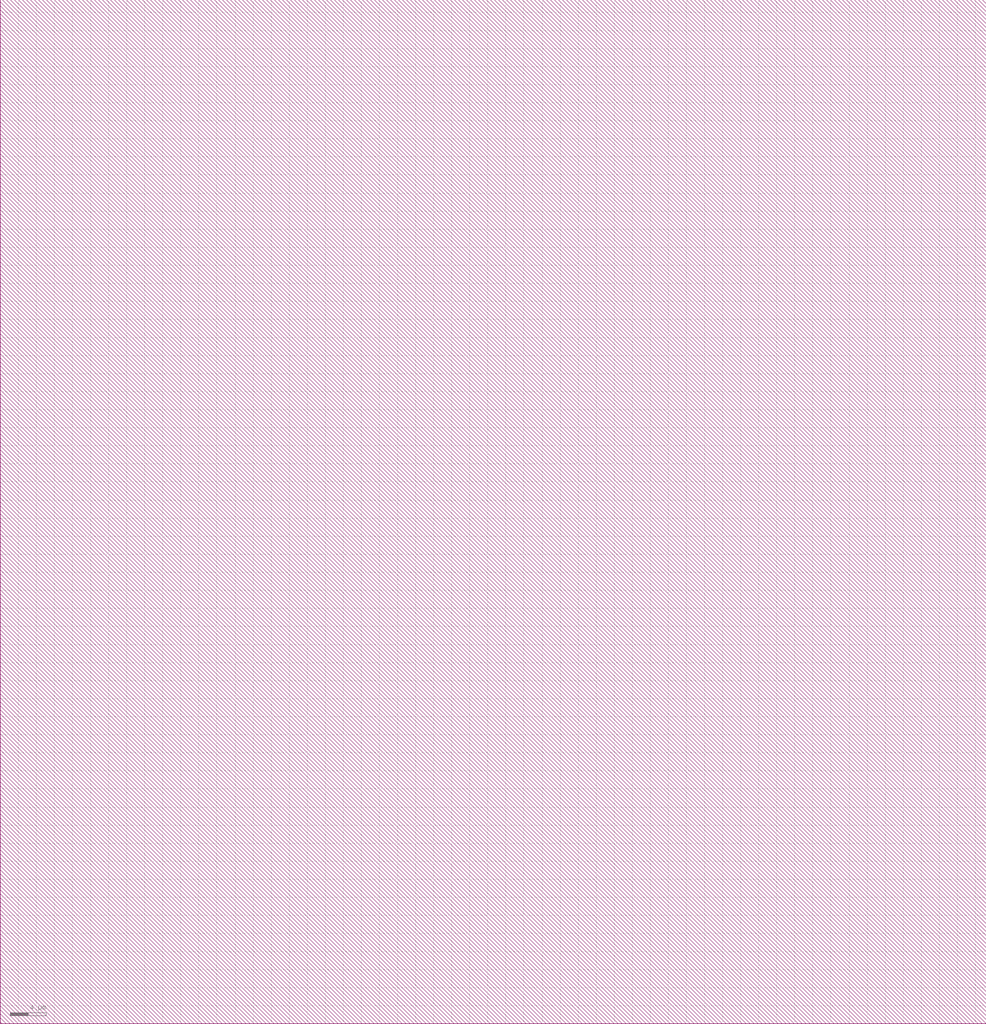
<source format=lef>
VERSION 5.6 ;

BUSBITCHARS "[]" ;

DIVIDERCHAR "/" ;

UNITS
    DATABASE MICRONS 1000 ;
END UNITS

MANUFACTURINGGRID 0.005000 ; 

CLEARANCEMEASURE EUCLIDEAN ; 

USEMINSPACING OBS ON ; 

SITE CoreSite
    CLASS CORE ;
    SIZE 0.600000 BY 0.300000 ;
END CoreSite

LAYER li
   TYPE ROUTING ;
   DIRECTION VERTICAL ;
   MINWIDTH 0.300000 ;
   AREA 0.056250 ;
   WIDTH 0.300000 ;
   SPACINGTABLE
      PARALLELRUNLENGTH 0.0
      WIDTH 0.0 0.225000 ;
   PITCH 0.600000 0.600000 ;
END li

LAYER mcon
    TYPE CUT ;
    SPACING 0.225000 ;
    WIDTH 0.300000 ;
    ENCLOSURE ABOVE 0.075000 0.075000 ;
    ENCLOSURE BELOW 0.000000 0.000000 ;
END mcon

LAYER met1
   TYPE ROUTING ;
   DIRECTION HORIZONTAL ;
   MINWIDTH 0.150000 ;
   AREA 0.084375 ;
   WIDTH 0.150000 ;
   SPACINGTABLE
      PARALLELRUNLENGTH 0.0
      WIDTH 0.0 0.150000 ;
   PITCH 0.300000 0.300000 ;
END met1

LAYER v1
    TYPE CUT ;
    SPACING 0.075000 ;
    WIDTH 0.300000 ;
    ENCLOSURE ABOVE 0.075000 0.075000 ;
    ENCLOSURE BELOW 0.075000 0.075000 ;
END v1

LAYER met2
   TYPE ROUTING ;
   DIRECTION VERTICAL ;
   MINWIDTH 0.150000 ;
   AREA 0.073125 ;
   WIDTH 0.150000 ;
   SPACINGTABLE
      PARALLELRUNLENGTH 0.0
      WIDTH 0.0 0.150000 ;
   PITCH 0.300000 0.300000 ;
END met2

LAYER v2
    TYPE CUT ;
    SPACING 0.150000 ;
    WIDTH 0.300000 ;
    ENCLOSURE ABOVE 0.075000 0.075000 ;
    ENCLOSURE BELOW 0.075000 0.000000 ;
END v2

LAYER met3
   TYPE ROUTING ;
   DIRECTION HORIZONTAL ;
   MINWIDTH 0.300000 ;
   AREA 0.241875 ;
   WIDTH 0.300000 ;
   SPACINGTABLE
      PARALLELRUNLENGTH 0.0
      WIDTH 0.0 0.300000 ;
   PITCH 0.600000 0.600000 ;
END met3

LAYER v3
    TYPE CUT ;
    SPACING 0.150000 ;
    WIDTH 0.450000 ;
    ENCLOSURE ABOVE 0.075000 0.075000 ;
    ENCLOSURE BELOW 0.075000 0.000000 ;
END v3

LAYER met4
   TYPE ROUTING ;
   DIRECTION VERTICAL ;
   MINWIDTH 0.300000 ;
   AREA 0.241875 ;
   WIDTH 0.300000 ;
   SPACINGTABLE
      PARALLELRUNLENGTH 0.0
      WIDTH 0.0 0.300000 ;
   PITCH 0.600000 0.600000 ;
END met4

LAYER v4
    TYPE CUT ;
    SPACING 0.450000 ;
    WIDTH 1.200000 ;
    ENCLOSURE ABOVE 0.150000 0.150000 ;
    ENCLOSURE BELOW 0.000000 0.000000 ;
END v4

LAYER met5
   TYPE ROUTING ;
   DIRECTION HORIZONTAL ;
   MINWIDTH 1.650000 ;
   AREA 4.005000 ;
   WIDTH 1.650000 ;
   SPACINGTABLE
      PARALLELRUNLENGTH 0.0
      WIDTH 0.0 1.650000 ;
   PITCH 3.300000 3.300000 ;
END met5

LAYER OVERLAP
   TYPE OVERLAP ;
END OVERLAP

VIA mcon_C DEFAULT
   LAYER li ;
     RECT -0.150000 -0.150000 0.150000 0.150000 ;
   LAYER mcon ;
     RECT -0.150000 -0.150000 0.150000 0.150000 ;
   LAYER met1 ;
     RECT -0.225000 -0.225000 0.225000 0.225000 ;
END mcon_C

VIA v1_C DEFAULT
   LAYER met1 ;
     RECT -0.225000 -0.225000 0.225000 0.225000 ;
   LAYER v1 ;
     RECT -0.150000 -0.150000 0.150000 0.150000 ;
   LAYER met2 ;
     RECT -0.225000 -0.225000 0.225000 0.225000 ;
END v1_C

VIA v2_C DEFAULT
   LAYER met2 ;
     RECT -0.150000 -0.225000 0.150000 0.225000 ;
   LAYER v2 ;
     RECT -0.150000 -0.150000 0.150000 0.150000 ;
   LAYER met3 ;
     RECT -0.225000 -0.225000 0.225000 0.225000 ;
END v2_C

VIA v2_Ch
   LAYER met2 ;
     RECT -0.225000 -0.150000 0.225000 0.150000 ;
   LAYER v2 ;
     RECT -0.150000 -0.150000 0.150000 0.150000 ;
   LAYER met3 ;
     RECT -0.225000 -0.225000 0.225000 0.225000 ;
END v2_Ch

VIA v2_Cv
   LAYER met2 ;
     RECT -0.150000 -0.225000 0.150000 0.225000 ;
   LAYER v2 ;
     RECT -0.150000 -0.150000 0.150000 0.150000 ;
   LAYER met3 ;
     RECT -0.225000 -0.225000 0.225000 0.225000 ;
END v2_Cv

VIA v3_C DEFAULT
   LAYER met3 ;
     RECT -0.300000 -0.225000 0.300000 0.225000 ;
   LAYER v3 ;
     RECT -0.225000 -0.225000 0.225000 0.225000 ;
   LAYER met4 ;
     RECT -0.300000 -0.300000 0.300000 0.300000 ;
END v3_C

VIA v3_Ch
   LAYER met3 ;
     RECT -0.300000 -0.225000 0.300000 0.225000 ;
   LAYER v3 ;
     RECT -0.225000 -0.225000 0.225000 0.225000 ;
   LAYER met4 ;
     RECT -0.300000 -0.300000 0.300000 0.300000 ;
END v3_Ch

VIA v3_Cv
   LAYER met3 ;
     RECT -0.300000 -0.225000 0.300000 0.225000 ;
   LAYER v3 ;
     RECT -0.225000 -0.225000 0.225000 0.225000 ;
   LAYER met4 ;
     RECT -0.300000 -0.300000 0.300000 0.300000 ;
END v3_Cv

VIA v4_C DEFAULT
   LAYER met4 ;
     RECT -0.600000 -0.600000 0.600000 0.600000 ;
   LAYER v4 ;
     RECT -0.600000 -0.600000 0.600000 0.600000 ;
   LAYER met5 ;
     RECT -0.750000 -0.750000 0.750000 0.750000 ;
END v4_C

MACRO _0_0std_0_0cells_0_0LATCH
    CLASS CORE ;
    FOREIGN _0_0std_0_0cells_0_0LATCH 0.000000 0.000000 ;
    ORIGIN 0.000000 0.000000 ;
    SIZE 6.600000 BY 3.900000 ;
    SYMMETRY X Y ;
    SITE CoreSite ;
    PIN CLK
        DIRECTION INPUT ;
        USE SIGNAL ;
        PORT
        LAYER li ;
        RECT 0.600000 3.300000 0.900000 3.600000 ;
        END
    END CLK
    PIN D
        DIRECTION INPUT ;
        USE SIGNAL ;
        PORT
        LAYER li ;
        RECT 2.400000 3.300000 2.700000 3.600000 ;
        END
    END D
    PIN Q
        DIRECTION OUTPUT ;
        USE SIGNAL ;
        PORT
        LAYER li ;
        RECT 0.600000 0.300000 0.900000 0.600000 ;
        END
        ANTENNADIFFAREA 0.703125 ;
    END Q
    PIN Vdd
        DIRECTION INPUT ;
        USE POWER ;
        PORT
        LAYER li ;
        RECT 4.200000 3.300000 4.500000 3.600000 ;
        END
        ANTENNADIFFAREA 0.590625 ;
    END Vdd
    PIN GND
        DIRECTION INPUT ;
        USE GROUND ;
        PORT
        LAYER li ;
        RECT 6.000000 3.300000 6.300000 3.600000 ;
        END
        ANTENNADIFFAREA 0.675000 ;
    END GND
    OBS
      LAYER li ;
         RECT 0.600000 1.800000 5.925000 2.025000 ;
    END
END _0_0std_0_0cells_0_0LATCH

MACRO _0_0cell_0_0gcelem2x0
    CLASS CORE ;
    FOREIGN _0_0cell_0_0gcelem2x0 0.000000 0.000000 ;
    ORIGIN 0.000000 0.000000 ;
    SIZE 6.600000 BY 3.300000 ;
    SYMMETRY X Y ;
    SITE CoreSite ;
    PIN in_50_6
        DIRECTION INPUT ;
        USE SIGNAL ;
        PORT
        LAYER li ;
        RECT 0.600000 2.700000 0.900000 3.000000 ;
        END
    END in_50_6
    PIN in_51_6
        DIRECTION INPUT ;
        USE SIGNAL ;
        PORT
        LAYER li ;
        RECT 2.400000 2.700000 2.700000 3.000000 ;
        END
    END in_51_6
    PIN out
        DIRECTION OUTPUT ;
        USE SIGNAL ;
        PORT
        LAYER li ;
        RECT 0.600000 0.300000 0.900000 0.600000 ;
        END
        ANTENNADIFFAREA 0.202500 ;
    END out
    PIN Vdd
        DIRECTION INPUT ;
        USE POWER ;
        PORT
        LAYER li ;
        RECT 4.200000 2.700000 4.500000 3.000000 ;
        END
        ANTENNADIFFAREA 0.438750 ;
    END Vdd
    PIN GND
        DIRECTION INPUT ;
        USE GROUND ;
        PORT
        LAYER li ;
        RECT 6.000000 2.700000 6.300000 3.000000 ;
        END
        ANTENNADIFFAREA 0.393750 ;
    END GND
END _0_0cell_0_0gcelem2x0

MACRO _0_0std_0_0cells_0_0OR2X1
    CLASS CORE ;
    FOREIGN _0_0std_0_0cells_0_0OR2X1 0.000000 0.000000 ;
    ORIGIN 0.000000 0.000000 ;
    SIZE 3.000000 BY 3.300000 ;
    SYMMETRY X Y ;
    SITE CoreSite ;
    PIN A
        DIRECTION INPUT ;
        USE SIGNAL ;
        PORT
        LAYER li ;
        RECT 0.600000 2.700000 0.900000 3.000000 ;
        END
    END A
    PIN B
        DIRECTION INPUT ;
        USE SIGNAL ;
        PORT
        LAYER li ;
        RECT 1.200000 2.700000 1.500000 3.000000 ;
        END
    END B
    PIN Y
        DIRECTION OUTPUT ;
        USE SIGNAL ;
        PORT
        LAYER li ;
        RECT 0.600000 0.300000 0.900000 0.600000 ;
        END
        ANTENNADIFFAREA 0.393750 ;
    END Y
    PIN Vdd
        DIRECTION INPUT ;
        USE POWER ;
        PORT
        LAYER li ;
        RECT 1.800000 2.700000 2.100000 3.000000 ;
        END
        ANTENNADIFFAREA 0.337500 ;
    END Vdd
    PIN GND
        DIRECTION INPUT ;
        USE GROUND ;
        PORT
        LAYER li ;
        RECT 2.400000 2.700000 2.700000 3.000000 ;
        END
        ANTENNADIFFAREA 0.337500 ;
    END GND
END _0_0std_0_0cells_0_0OR2X1

MACRO _0_0cell_0_0ginvx0
    CLASS CORE ;
    FOREIGN _0_0cell_0_0ginvx0 0.000000 0.000000 ;
    ORIGIN 0.000000 0.000000 ;
    SIZE 2.400000 BY 2.700000 ;
    SYMMETRY X Y ;
    SITE CoreSite ;
    PIN in_50_6
        DIRECTION INPUT ;
        USE SIGNAL ;
        PORT
        LAYER li ;
        RECT 0.600000 2.100000 0.900000 2.400000 ;
        END
    END in_50_6
    PIN out
        DIRECTION OUTPUT ;
        USE SIGNAL ;
        PORT
        LAYER li ;
        RECT 0.600000 0.300000 0.900000 0.600000 ;
        END
        ANTENNADIFFAREA 0.337500 ;
    END out
    PIN Vdd
        DIRECTION INPUT ;
        USE POWER ;
        PORT
        LAYER li ;
        RECT 1.200000 2.100000 1.500000 2.400000 ;
        END
        ANTENNADIFFAREA 0.168750 ;
    END Vdd
    PIN GND
        DIRECTION INPUT ;
        USE GROUND ;
        PORT
        LAYER li ;
        RECT 1.800000 2.100000 2.100000 2.400000 ;
        END
        ANTENNADIFFAREA 0.168750 ;
    END GND
END _0_0cell_0_0ginvx0

MACRO _0_0std_0_0cells_0_0AND2X1
    CLASS CORE ;
    FOREIGN _0_0std_0_0cells_0_0AND2X1 0.000000 0.000000 ;
    ORIGIN 0.000000 0.000000 ;
    SIZE 3.000000 BY 3.000000 ;
    SYMMETRY X Y ;
    SITE CoreSite ;
    PIN A
        DIRECTION INPUT ;
        USE SIGNAL ;
        PORT
        LAYER li ;
        RECT 0.600000 2.400000 0.900000 2.700000 ;
        END
    END A
    PIN B
        DIRECTION INPUT ;
        USE SIGNAL ;
        PORT
        LAYER li ;
        RECT 1.200000 2.400000 1.500000 2.700000 ;
        END
    END B
    PIN Y
        DIRECTION OUTPUT ;
        USE SIGNAL ;
        PORT
        LAYER li ;
        RECT 0.600000 0.300000 0.900000 0.600000 ;
        END
        ANTENNADIFFAREA 0.393750 ;
    END Y
    PIN Vdd
        DIRECTION INPUT ;
        USE POWER ;
        PORT
        LAYER li ;
        RECT 1.800000 2.400000 2.100000 2.700000 ;
        END
        ANTENNADIFFAREA 0.450000 ;
    END Vdd
    PIN GND
        DIRECTION INPUT ;
        USE GROUND ;
        PORT
        LAYER li ;
        RECT 2.400000 2.400000 2.700000 2.700000 ;
        END
        ANTENNADIFFAREA 0.225000 ;
    END GND
END _0_0std_0_0cells_0_0AND2X1

MACRO _0_0std_0_0cells_0_0INVX1
    CLASS CORE ;
    FOREIGN _0_0std_0_0cells_0_0INVX1 0.000000 0.000000 ;
    ORIGIN 0.000000 0.000000 ;
    SIZE 2.400000 BY 2.700000 ;
    SYMMETRY X Y ;
    SITE CoreSite ;
    PIN A
        DIRECTION INPUT ;
        USE SIGNAL ;
        PORT
        LAYER li ;
        RECT 0.600000 2.100000 0.900000 2.400000 ;
        END
    END A
    PIN Y
        DIRECTION OUTPUT ;
        USE SIGNAL ;
        PORT
        LAYER li ;
        RECT 0.600000 0.300000 0.900000 0.600000 ;
        END
        ANTENNADIFFAREA 0.393750 ;
    END Y
    PIN Vdd
        DIRECTION INPUT ;
        USE POWER ;
        PORT
        LAYER li ;
        RECT 1.200000 2.100000 1.500000 2.400000 ;
        END
        ANTENNADIFFAREA 0.225000 ;
    END Vdd
    PIN GND
        DIRECTION INPUT ;
        USE GROUND ;
        PORT
        LAYER li ;
        RECT 1.800000 2.100000 2.100000 2.400000 ;
        END
        ANTENNADIFFAREA 0.168750 ;
    END GND
END _0_0std_0_0cells_0_0INVX1

MACRO _0_0std_0_0cells_0_0NOR2X1
    CLASS CORE ;
    FOREIGN _0_0std_0_0cells_0_0NOR2X1 0.000000 0.000000 ;
    ORIGIN 0.000000 0.000000 ;
    SIZE 3.000000 BY 3.300000 ;
    SYMMETRY X Y ;
    SITE CoreSite ;
    PIN A
        DIRECTION INPUT ;
        USE SIGNAL ;
        PORT
        LAYER li ;
        RECT 0.600000 2.700000 0.900000 3.000000 ;
        END
    END A
    PIN B
        DIRECTION INPUT ;
        USE SIGNAL ;
        PORT
        LAYER li ;
        RECT 1.200000 2.700000 1.500000 3.000000 ;
        END
    END B
    PIN Y
        DIRECTION OUTPUT ;
        USE SIGNAL ;
        PORT
        LAYER li ;
        RECT 0.600000 0.300000 0.900000 0.600000 ;
        END
        ANTENNADIFFAREA 0.590625 ;
    END Y
    PIN Vdd
        DIRECTION INPUT ;
        USE POWER ;
        PORT
        LAYER li ;
        RECT 1.800000 2.700000 2.100000 3.000000 ;
        END
        ANTENNADIFFAREA 0.421875 ;
    END Vdd
    PIN GND
        DIRECTION INPUT ;
        USE GROUND ;
        PORT
        LAYER li ;
        RECT 2.400000 2.700000 2.700000 3.000000 ;
        END
        ANTENNADIFFAREA 0.337500 ;
    END GND
END _0_0std_0_0cells_0_0NOR2X1

MACRO _0_0std_0_0cells_0_0TIELOX1
    CLASS CORE ;
    FOREIGN _0_0std_0_0cells_0_0TIELOX1 0.000000 0.000000 ;
    ORIGIN 0.000000 0.000000 ;
    SIZE 2.400000 BY 3.000000 ;
    SYMMETRY X Y ;
    SITE CoreSite ;
    PIN Y
        DIRECTION OUTPUT ;
        USE SIGNAL ;
        PORT
        LAYER li ;
        RECT 0.600000 0.300000 0.900000 0.600000 ;
        END
        ANTENNADIFFAREA 0.168750 ;
    END Y
    PIN Vdd
        DIRECTION INPUT ;
        USE POWER ;
        PORT
        LAYER li ;
        RECT 0.600000 2.400000 0.900000 2.700000 ;
        END
        ANTENNADIFFAREA 0.281250 ;
    END Vdd
    PIN GND
        DIRECTION INPUT ;
        USE GROUND ;
        PORT
        LAYER li ;
        RECT 1.800000 2.400000 2.100000 2.700000 ;
        END
        ANTENNADIFFAREA 0.168750 ;
    END GND
END _0_0std_0_0cells_0_0TIELOX1

MACRO _0_0std_0_0cells_0_0NOR2X2
    CLASS CORE ;
    FOREIGN _0_0std_0_0cells_0_0NOR2X2 0.000000 0.000000 ;
    ORIGIN 0.000000 0.000000 ;
    SIZE 3.000000 BY 4.800000 ;
    SYMMETRY X Y ;
    SITE CoreSite ;
    PIN A
        DIRECTION INPUT ;
        USE SIGNAL ;
        PORT
        LAYER li ;
        RECT 0.600000 4.200000 0.900000 4.500000 ;
        END
    END A
    PIN B
        DIRECTION INPUT ;
        USE SIGNAL ;
        PORT
        LAYER li ;
        RECT 1.200000 4.200000 1.500000 4.500000 ;
        END
    END B
    PIN Y
        DIRECTION OUTPUT ;
        USE SIGNAL ;
        PORT
        LAYER li ;
        RECT 0.600000 0.300000 0.900000 0.600000 ;
        END
        ANTENNADIFFAREA 1.125000 ;
    END Y
    PIN Vdd
        DIRECTION INPUT ;
        USE POWER ;
        PORT
        LAYER li ;
        RECT 1.800000 4.200000 2.100000 4.500000 ;
        END
        ANTENNADIFFAREA 0.843750 ;
    END Vdd
    PIN GND
        DIRECTION INPUT ;
        USE GROUND ;
        PORT
        LAYER li ;
        RECT 2.400000 4.200000 2.700000 4.500000 ;
        END
        ANTENNADIFFAREA 0.562500 ;
    END GND
    OBS
      LAYER li ;
         RECT 0.600000 1.800000 2.325000 2.925000 ;
    END
END _0_0std_0_0cells_0_0NOR2X2

MACRO _0_0std_0_0cells_0_0LATCHINV
    CLASS CORE ;
    FOREIGN _0_0std_0_0cells_0_0LATCHINV 0.000000 0.000000 ;
    ORIGIN 0.000000 0.000000 ;
    SIZE 6.000000 BY 3.900000 ;
    SYMMETRY X Y ;
    SITE CoreSite ;
    PIN CLK
        DIRECTION INPUT ;
        USE SIGNAL ;
        PORT
        LAYER li ;
        RECT 0.600000 3.300000 0.900000 3.600000 ;
        END
    END CLK
    PIN D
        DIRECTION INPUT ;
        USE SIGNAL ;
        PORT
        LAYER li ;
        RECT 1.800000 3.300000 2.100000 3.600000 ;
        END
    END D
    PIN q
        DIRECTION INPUT ;
        USE SIGNAL ;
        PORT
        LAYER li ;
        RECT 3.000000 3.300000 3.300000 3.600000 ;
        END
    END q
    PIN __q
        DIRECTION OUTPUT ;
        USE SIGNAL ;
        PORT
        LAYER li ;
        RECT 0.600000 0.300000 0.900000 0.600000 ;
        END
        ANTENNADIFFAREA 1.406250 ;
    END __q
    PIN Vdd
        DIRECTION INPUT ;
        USE POWER ;
        PORT
        LAYER li ;
        RECT 4.200000 3.300000 4.500000 3.600000 ;
        END
        ANTENNADIFFAREA 0.731250 ;
    END Vdd
    PIN GND
        DIRECTION INPUT ;
        USE GROUND ;
        PORT
        LAYER li ;
        RECT 5.400000 3.300000 5.700000 3.600000 ;
        END
        ANTENNADIFFAREA 0.562500 ;
    END GND
    OBS
      LAYER li ;
         RECT 0.600000 1.800000 5.325000 2.025000 ;
    END
END _0_0std_0_0cells_0_0LATCHINV

MACRO _0_0std_0_0cells_0_0FAX1
    CLASS CORE ;
    FOREIGN _0_0std_0_0cells_0_0FAX1 0.000000 0.000000 ;
    ORIGIN 0.000000 0.000000 ;
    SIZE 10.800000 BY 6.600000 ;
    SYMMETRY X Y ;
    SITE CoreSite ;
    PIN A
        DIRECTION INPUT ;
        USE SIGNAL ;
        PORT
        LAYER li ;
        RECT 0.600000 6.000000 0.900000 6.300000 ;
        END
    END A
    PIN B
        DIRECTION INPUT ;
        USE SIGNAL ;
        PORT
        LAYER li ;
        RECT 3.000000 6.000000 3.300000 6.300000 ;
        END
    END B
    PIN C
        DIRECTION INPUT ;
        USE SIGNAL ;
        PORT
        LAYER li ;
        RECT 5.400000 6.000000 5.700000 6.300000 ;
        END
    END C
    PIN YC
        DIRECTION OUTPUT ;
        USE SIGNAL ;
        PORT
        LAYER li ;
        RECT 0.600000 0.300000 0.900000 0.600000 ;
        END
        ANTENNADIFFAREA 0.393750 ;
    END YC
    PIN YS
        DIRECTION OUTPUT ;
        USE SIGNAL ;
        PORT
        LAYER li ;
        RECT 5.400000 0.300000 5.700000 0.600000 ;
        END
        ANTENNADIFFAREA 0.393750 ;
    END YS
    PIN Vdd
        DIRECTION INPUT ;
        USE POWER ;
        PORT
        LAYER li ;
        RECT 7.800000 6.000000 8.100000 6.300000 ;
        END
        ANTENNADIFFAREA 2.610000 ;
    END Vdd
    PIN GND
        DIRECTION INPUT ;
        USE GROUND ;
        PORT
        LAYER li ;
        RECT 10.200000 6.000000 10.500000 6.300000 ;
        END
        ANTENNADIFFAREA 1.856250 ;
    END GND
    OBS
      LAYER li ;
         RECT 0.600000 1.800000 10.125000 4.725000 ;
    END
END _0_0std_0_0cells_0_0FAX1

MACRO _0_0cell_0_0gcelem3x0
    CLASS CORE ;
    FOREIGN _0_0cell_0_0gcelem3x0 0.000000 0.000000 ;
    ORIGIN 0.000000 0.000000 ;
    SIZE 6.600000 BY 4.200000 ;
    SYMMETRY X Y ;
    SITE CoreSite ;
    PIN in_50_6
        DIRECTION INPUT ;
        USE SIGNAL ;
        PORT
        LAYER li ;
        RECT 0.600000 3.600000 0.900000 3.900000 ;
        END
    END in_50_6
    PIN in_51_6
        DIRECTION INPUT ;
        USE SIGNAL ;
        PORT
        LAYER li ;
        RECT 1.800000 3.600000 2.100000 3.900000 ;
        END
    END in_51_6
    PIN in_52_6
        DIRECTION INPUT ;
        USE SIGNAL ;
        PORT
        LAYER li ;
        RECT 3.000000 3.600000 3.300000 3.900000 ;
        END
    END in_52_6
    PIN out
        DIRECTION OUTPUT ;
        USE SIGNAL ;
        PORT
        LAYER li ;
        RECT 0.600000 0.300000 0.900000 0.600000 ;
        END
        ANTENNADIFFAREA 0.202500 ;
    END out
    PIN Vdd
        DIRECTION INPUT ;
        USE POWER ;
        PORT
        LAYER li ;
        RECT 4.200000 3.600000 4.500000 3.900000 ;
        END
        ANTENNADIFFAREA 0.573750 ;
    END Vdd
    PIN GND
        DIRECTION INPUT ;
        USE GROUND ;
        PORT
        LAYER li ;
        RECT 5.400000 3.600000 5.700000 3.900000 ;
        END
        ANTENNADIFFAREA 0.506250 ;
    END GND
    OBS
      LAYER li ;
         RECT 0.600000 1.800000 5.925000 2.325000 ;
    END
END _0_0cell_0_0gcelem3x0

MACRO _0_0std_0_0cells_0_0MUX2X1
    CLASS CORE ;
    FOREIGN _0_0std_0_0cells_0_0MUX2X1 0.000000 0.000000 ;
    ORIGIN 0.000000 0.000000 ;
    SIZE 6.000000 BY 3.600000 ;
    SYMMETRY X Y ;
    SITE CoreSite ;
    PIN A
        DIRECTION INPUT ;
        USE SIGNAL ;
        PORT
        LAYER li ;
        RECT 0.600000 3.000000 0.900000 3.300000 ;
        END
    END A
    PIN B
        DIRECTION INPUT ;
        USE SIGNAL ;
        PORT
        LAYER li ;
        RECT 1.800000 3.000000 2.100000 3.300000 ;
        END
    END B
    PIN S
        DIRECTION INPUT ;
        USE SIGNAL ;
        PORT
        LAYER li ;
        RECT 3.000000 3.000000 3.300000 3.300000 ;
        END
    END S
    PIN Y
        DIRECTION OUTPUT ;
        USE SIGNAL ;
        PORT
        LAYER li ;
        RECT 0.600000 0.300000 0.900000 0.600000 ;
        END
        ANTENNADIFFAREA 1.406250 ;
    END Y
    PIN Vdd
        DIRECTION INPUT ;
        USE POWER ;
        PORT
        LAYER li ;
        RECT 4.200000 3.000000 4.500000 3.300000 ;
        END
        ANTENNADIFFAREA 0.759375 ;
    END Vdd
    PIN GND
        DIRECTION INPUT ;
        USE GROUND ;
        PORT
        LAYER li ;
        RECT 5.400000 3.000000 5.700000 3.300000 ;
        END
        ANTENNADIFFAREA 0.382500 ;
    END GND
END _0_0std_0_0cells_0_0MUX2X1

MACRO welltap_svt
    CLASS CORE WELLTAP ;
    FOREIGN welltap_svt 0.000000 0.000000 ;
    ORIGIN 0.000000 0.000000 ;
    SIZE 1.200000 BY 2.100000 ;
    SYMMETRY X Y ;
    SITE CoreSite ;
    PIN Vdd
        DIRECTION INPUT ;
        USE POWER ;
        PORT
        LAYER li ;
        RECT 0.600000 1.500000 0.900000 1.800000 ;
        END
    END Vdd
    PIN GND
        DIRECTION INPUT ;
        USE GROUND ;
        PORT
        LAYER li ;
        RECT 0.600000 0.300000 0.900000 0.600000 ;
        END
    END GND
END welltap_svt

MACRO circuitppnp
   CLASS CORE ;
   FOREIGN circuitppnp 0.000000 0.000000 ;
   ORIGIN 0.000000 0.000000 ; 
   SIZE 109.200000 BY 113.400000 ; 
   SYMMETRY X Y ;
   SITE CoreSite ;
END circuitppnp

MACRO circuitwell
   CLASS CORE ;
   FOREIGN circuitwell 0.000000 0.000000 ;
   ORIGIN 0.000000 0.000000 ; 
   SIZE 109.200000 BY 113.400000 ; 
   SYMMETRY X Y ;
   SITE CoreSite ;
END circuitwell


</source>
